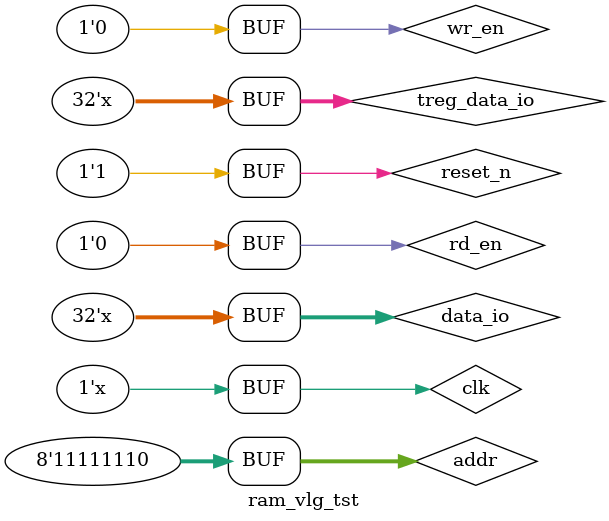
<source format=v>
/*
 * file   : testBench.v 
 * author : zyl
 * date   : 2018-8-11
 * addr   : whu.edu.ionosphereLab
 */

`timescale 1 ps/ 1 ps

module ram_vlg_tst();
/******************    端口   ********************/
reg [7:0] addr;
reg clk;
reg [31:0] treg_data_io;
reg rd_en;
reg reset_n;
reg wr_en;
                                        
wire [31:0]  data_io;

assign data_io = treg_data_io;
always #50 clk = ~clk;


/******************   初始化  ********************/
initial begin                                                  
  init();
  
  write(255,99);
  write(254,77); 

  read(255);
  read(254);                                                          
end  


/******************初始化任务块********************/
task init;
  begin
    clk <= 0;
    reset_n <=1;
    addr <=0;
    rd_en <=0;
    wr_en <=0;
    #200 reset_n <=0;
    #200 reset_n <=1;
  end
endtask
   
/**********写任务(8位地址 ,32位数据)***************/   
task write;
  input [7:0]  addr_i;
  input [31:0] data_i;
  begin
     #150;                   
     addr <= addr_i;
     treg_data_io <= data_i;
     #50                 
     wr_en <= 1;
     #100
     wr_en <= 0;
  end
endtask
      
/*****************读任务(8位地址)******************/   
task read;
  input [7:0]  addr_i;
  begin
     #150; 
     //读之前，把数据缓冲端置为高阻态，接受数据
     treg_data_io<= 32'bz;
     addr <= addr_i;
     #50                   
     rd_en <= 1;
     #100
     rd_en <= 0;
  end
endtask
       
/*****************   ram例化    ******************/           
ram i1 (
	.addr(addr),
	.clk(clk),
	.data_io(data_io),
	.rd_en(rd_en),
	.reset_n(reset_n),
	.wr_en(wr_en)
);
  
endmodule
// end testBench module


</source>
